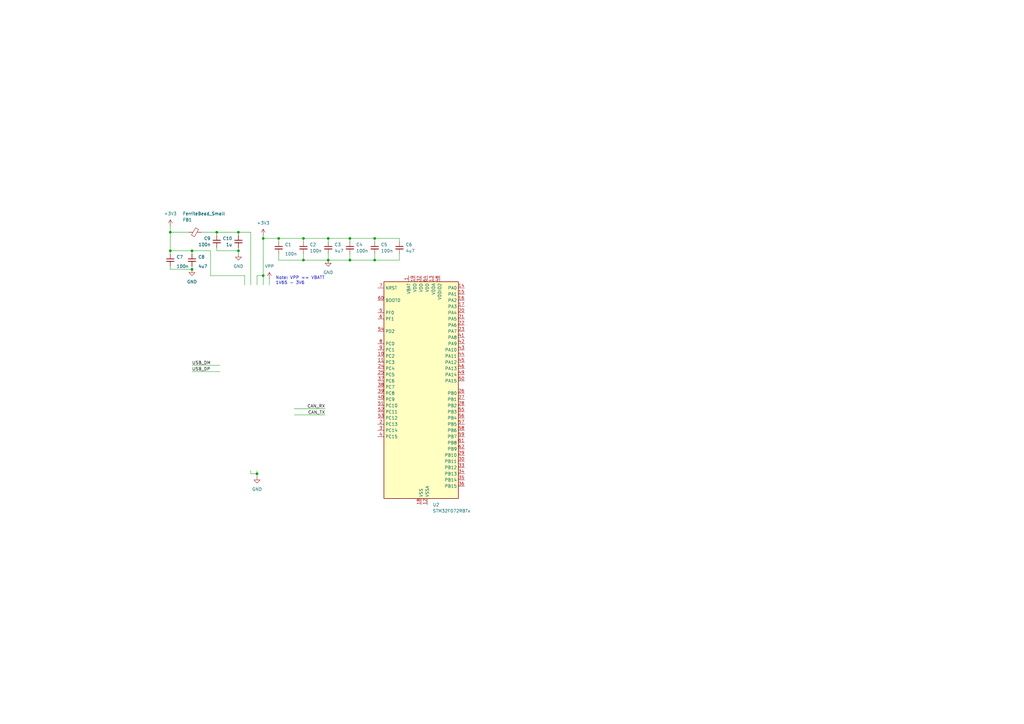
<source format=kicad_sch>
(kicad_sch (version 20230121) (generator eeschema)
  (paper "A3")
  (lib_symbols
    (symbol "Device:C_Small" (pin_numbers hide) (pin_names (offset 0.254) hide)
      (property "Reference" "C" (at 0.254 1.778 0))
      (property "Value" "C_Small" (at 0.254 -2.032 0))
      (symbol "C_Small_0_1"
        (polyline (pts (xy -1.524 -0.508) (xy 1.524 -0.508)) (stroke (width 0.3302)))
        (polyline (pts (xy -1.524 0.508) (xy 1.524 0.508)) (stroke (width 0.3048)))
      )
      (symbol "C_Small_1_1"
        (pin passive line (at 0 2.54 270) (length 2.032) (name "~") (number "1"))
        (pin passive line (at 0 -2.54 90) (length 2.032) (name "~") (number "2"))
      )
    )
    (symbol "Device:FerriteBead_Small" (pin_numbers hide) (pin_names (offset 0))
      (property "Reference" "FB" (at 1.905 1.27 0))
      (property "Value" "FerriteBead_Small" (at 1.905 -1.27 0))
      (symbol "FerriteBead_Small_0_1"
        (polyline (pts (xy 0 -1.27) (xy 0 -0.7874)))
        (polyline (pts (xy 0 0.889) (xy 0 1.2954)))
        (polyline (pts (xy -1.8288 0.2794) (xy -1.1176 1.4986) (xy 1.8288 -0.2032) (xy 1.1176 -1.4224) (xy -1.8288 0.2794)))
      )
      (symbol "FerriteBead_Small_1_1"
        (pin passive line (at 0 2.54 270) (length 1.27) (name "~") (number "1"))
        (pin passive line (at 0 -2.54 90) (length 1.27) (name "~") (number "2"))
      )
    )
    (symbol "MCU_ST_STM32F0:STM32F072RBTx"
      (property "Reference" "U" (at -15.24 46.99 0))
      (property "Value" "STM32F072RBTx" (at 10.16 46.99 0))
      (symbol "STM32F072RBTx_0_1"
        (rectangle (start -15.24 -43.18) (end 15.24 45.72) (stroke (width 0.254)) (fill (type background)))
      )
      (symbol "STM32F072RBTx_1_1"
        (pin power_in line (at -5.08 48.26 270) (length 2.54) (name "VBAT") (number "1"))
        (pin bidirectional line (at -17.78 15.24 0) (length 2.54) (name "PC2") (number "10"))
        (pin bidirectional line (at -17.78 12.7 0) (length 2.54) (name "PC3") (number "11"))
        (pin power_in line (at 2.54 -45.72 90) (length 2.54) (name "VSSA") (number "12"))
        (pin power_in line (at 5.08 48.26 270) (length 2.54) (name "VDDA") (number "13"))
        (pin bidirectional line (at 17.78 43.18 180) (length 2.54) (name "PA0") (number "14"))
        (pin bidirectional line (at 17.78 40.64 180) (length 2.54) (name "PA1") (number "15"))
        (pin bidirectional line (at 17.78 38.1 180) (length 2.54) (name "PA2") (number "16"))
        (pin bidirectional line (at 17.78 35.56 180) (length 2.54) (name "PA3") (number "17"))
        (pin power_in line (at 0 -45.72 90) (length 2.54) (name "VSS") (number "18"))
        (pin power_in line (at -2.54 48.26 270) (length 2.54) (name "VDD") (number "19"))
        (pin bidirectional line (at -17.78 -12.7 0) (length 2.54) (name "PC13") (number "2"))
        (pin bidirectional line (at 17.78 33.02 180) (length 2.54) (name "PA4") (number "20"))
        (pin bidirectional line (at 17.78 30.48 180) (length 2.54) (name "PA5") (number "21"))
        (pin bidirectional line (at 17.78 27.94 180) (length 2.54) (name "PA6") (number "22"))
        (pin bidirectional line (at 17.78 25.4 180) (length 2.54) (name "PA7") (number "23"))
        (pin bidirectional line (at -17.78 10.16 0) (length 2.54) (name "PC4") (number "24"))
        (pin bidirectional line (at -17.78 7.62 0) (length 2.54) (name "PC5") (number "25"))
        (pin bidirectional line (at 17.78 0 180) (length 2.54) (name "PB0") (number "26"))
        (pin bidirectional line (at 17.78 -2.54 180) (length 2.54) (name "PB1") (number "27"))
        (pin bidirectional line (at 17.78 -5.08 180) (length 2.54) (name "PB2") (number "28"))
        (pin bidirectional line (at 17.78 -25.4 180) (length 2.54) (name "PB10") (number "29"))
        (pin bidirectional line (at -17.78 -15.24 0) (length 2.54) (name "PC14") (number "3"))
        (pin bidirectional line (at 17.78 -27.94 180) (length 2.54) (name "PB11") (number "30"))
        (pin passive line (at 0 -45.72 90) (length 2.54) hide (name "VSS") (number "31"))
        (pin power_in line (at 0 48.26 270) (length 2.54) (name "VDD") (number "32"))
        (pin bidirectional line (at 17.78 -30.48 180) (length 2.54) (name "PB12") (number "33"))
        (pin bidirectional line (at 17.78 -33.02 180) (length 2.54) (name "PB13") (number "34"))
        (pin bidirectional line (at 17.78 -35.56 180) (length 2.54) (name "PB14") (number "35"))
        (pin bidirectional line (at 17.78 -38.1 180) (length 2.54) (name "PB15") (number "36"))
        (pin bidirectional line (at -17.78 5.08 0) (length 2.54) (name "PC6") (number "37"))
        (pin bidirectional line (at -17.78 2.54 0) (length 2.54) (name "PC7") (number "38"))
        (pin bidirectional line (at -17.78 0 0) (length 2.54) (name "PC8") (number "39"))
        (pin bidirectional line (at -17.78 -17.78 0) (length 2.54) (name "PC15") (number "4"))
        (pin bidirectional line (at -17.78 -2.54 0) (length 2.54) (name "PC9") (number "40"))
        (pin bidirectional line (at 17.78 22.86 180) (length 2.54) (name "PA8") (number "41"))
        (pin bidirectional line (at 17.78 20.32 180) (length 2.54) (name "PA9") (number "42"))
        (pin bidirectional line (at 17.78 17.78 180) (length 2.54) (name "PA10") (number "43"))
        (pin bidirectional line (at 17.78 15.24 180) (length 2.54) (name "PA11") (number "44"))
        (pin bidirectional line (at 17.78 12.7 180) (length 2.54) (name "PA12") (number "45"))
        (pin bidirectional line (at 17.78 10.16 180) (length 2.54) (name "PA13") (number "46"))
        (pin passive line (at 0 -45.72 90) (length 2.54) hide (name "VSS") (number "47"))
        (pin power_in line (at 7.62 48.26 270) (length 2.54) (name "VDDIO2") (number "48"))
        (pin bidirectional line (at 17.78 7.62 180) (length 2.54) (name "PA14") (number "49"))
        (pin bidirectional line (at -17.78 33.02 0) (length 2.54) (name "PF0") (number "5"))
        (pin bidirectional line (at 17.78 5.08 180) (length 2.54) (name "PA15") (number "50"))
        (pin bidirectional line (at -17.78 -5.08 0) (length 2.54) (name "PC10") (number "51"))
        (pin bidirectional line (at -17.78 -7.62 0) (length 2.54) (name "PC11") (number "52"))
        (pin bidirectional line (at -17.78 -10.16 0) (length 2.54) (name "PC12") (number "53"))
        (pin bidirectional line (at -17.78 25.4 0) (length 2.54) (name "PD2") (number "54"))
        (pin bidirectional line (at 17.78 -7.62 180) (length 2.54) (name "PB3") (number "55"))
        (pin bidirectional line (at 17.78 -10.16 180) (length 2.54) (name "PB4") (number "56"))
        (pin bidirectional line (at 17.78 -12.7 180) (length 2.54) (name "PB5") (number "57"))
        (pin bidirectional line (at 17.78 -15.24 180) (length 2.54) (name "PB6") (number "58"))
        (pin bidirectional line (at 17.78 -17.78 180) (length 2.54) (name "PB7") (number "59"))
        (pin bidirectional line (at -17.78 30.48 0) (length 2.54) (name "PF1") (number "6"))
        (pin input line (at -17.78 38.1 0) (length 2.54) (name "BOOT0") (number "60"))
        (pin bidirectional line (at 17.78 -20.32 180) (length 2.54) (name "PB8") (number "61"))
        (pin bidirectional line (at 17.78 -22.86 180) (length 2.54) (name "PB9") (number "62"))
        (pin passive line (at 0 -45.72 90) (length 2.54) hide (name "VSS") (number "63"))
        (pin power_in line (at 2.54 48.26 270) (length 2.54) (name "VDD") (number "64"))
        (pin input line (at -17.78 43.18 0) (length 2.54) (name "NRST") (number "7"))
        (pin bidirectional line (at -17.78 20.32 0) (length 2.54) (name "PC0") (number "8"))
        (pin bidirectional line (at -17.78 17.78 0) (length 2.54) (name "PC1") (number "9"))
      )
    )
    (symbol "power:+3V3" (power) (pin_names (offset 0))
      (property "Value" "+3V3" (at 0 3.556 0))
      (symbol "+3V3_0_1"
        (polyline (pts (xy -0.762 1.27) (xy 0 2.54)))
        (polyline (pts (xy 0 0) (xy 0 2.54)))
        (polyline (pts (xy 0 2.54) (xy 0.762 1.27)))
      )
      (symbol "+3V3_1_1"
        (pin power_in line (at 0 0 90) (length 0) hide (name "+3V3") (number "1"))
      )
    )
    (symbol "power:GND" (power) (pin_names (offset 0))
      (property "Value" "GND" (at 0 -3.81 0))
      (symbol "GND_0_1"
        (polyline (pts (xy 0 0) (xy 0 -1.27) (xy 1.27 -1.27) (xy 0 -2.54) (xy -1.27 -1.27) (xy 0 -1.27)))
      )
      (symbol "GND_1_1"
        (pin power_in line (at 0 0 270) (length 0) hide (name "GND") (number "1"))
      )
    )
    (symbol "power:VPP" (power) (pin_names (offset 0))
      (property "Value" "VPP" (at 0 3.81 0))
      (symbol "VPP_0_1"
        (polyline (pts (xy -0.762 1.27) (xy 0 2.54)))
        (polyline (pts (xy 0 0) (xy 0 2.54)))
        (polyline (pts (xy 0 2.54) (xy 0.762 1.27)))
      )
      (symbol "VPP_1_1"
        (pin power_in line (at 0 0 90) (length 0) hide (name "VPP") (number "1"))
      )
    )
  )
  (junction (at 78.74 102.87))
  (junction (at 97.79 102.87))
  (junction (at 134.62 97.79))
  (junction (at 134.62 106.68))
  (junction (at 78.74 110.49))
  (junction (at 153.67 97.79))
  (junction (at 107.95 113.03))
  (junction (at 97.79 95.25))
  (junction (at 88.9 95.25))
  (junction (at 153.67 106.68))
  (junction (at 143.51 106.68))
  (junction (at 124.46 97.79))
  (junction (at 124.46 106.68))
  (junction (at 69.85 95.25))
  (junction (at 105.41 194.31))
  (junction (at 107.95 97.79))
  (junction (at 114.3 97.79))
  (junction (at 143.51 97.79))
  (junction (at 69.85 102.87))
  (wire (pts (xy 102.87 95.25) (xy 97.79 95.25)))
  (wire (pts (xy 86.36 113.03) (xy 100.33 113.03)))
  (wire (pts (xy 97.79 95.25) (xy 97.79 96.52)))
  (wire (pts (xy 114.3 97.79) (xy 124.46 97.79)))
  (wire (pts (xy 134.62 97.79) (xy 143.51 97.79)))
  (wire (pts (xy 107.95 113.03) (xy 107.95 97.79)))
  (wire (pts (xy 124.46 106.68) (xy 134.62 106.68)))
  (wire (pts (xy 153.67 97.79) (xy 163.83 97.79)))
  (wire (pts (xy 100.33 116.84) (xy 100.33 113.03)))
  (wire (pts (xy 105.41 194.31) (xy 105.41 195.58)))
  (wire (pts (xy 107.95 116.84) (xy 107.95 113.03)))
  (wire (pts (xy 124.46 106.68) (xy 124.46 104.14)))
  (wire (pts (xy 163.83 97.79) (xy 163.83 99.06)))
  (wire (pts (xy 143.51 97.79) (xy 153.67 97.79)))
  (wire (pts (xy 153.67 106.68) (xy 163.83 106.68)))
  (wire (pts (xy 78.74 102.87) (xy 69.85 102.87)))
  (wire (pts (xy 134.62 99.06) (xy 134.62 97.79)))
  (wire (pts (xy 69.85 110.49) (xy 78.74 110.49)))
  (wire (pts (xy 143.51 106.68) (xy 143.51 104.14)))
  (wire (pts (xy 110.49 114.3) (xy 110.49 116.84)))
  (wire (pts (xy 114.3 106.68) (xy 114.3 104.14)))
  (wire (pts (xy 134.62 106.68) (xy 134.62 104.14)))
  (wire (pts (xy 102.87 194.31) (xy 102.87 193.04)))
  (wire (pts (xy 105.41 113.03) (xy 107.95 113.03)))
  (wire (pts (xy 69.85 92.71) (xy 69.85 95.25)))
  (wire (pts (xy 88.9 95.25) (xy 97.79 95.25)))
  (wire (pts (xy 105.41 193.04) (xy 105.41 194.31)))
  (wire (pts (xy 69.85 95.25) (xy 77.47 95.25)))
  (wire (pts (xy 124.46 97.79) (xy 134.62 97.79)))
  (wire (pts (xy 143.51 99.06) (xy 143.51 97.79)))
  (wire (pts (xy 86.36 102.87) (xy 78.74 102.87)))
  (wire (pts (xy 120.65 170.18) (xy 133.35 170.18)))
  (wire (pts (xy 88.9 95.25) (xy 88.9 96.52)))
  (wire (pts (xy 78.74 149.86) (xy 90.17 149.86)))
  (wire (pts (xy 78.74 104.14) (xy 78.74 102.87)))
  (wire (pts (xy 107.95 96.52) (xy 107.95 97.79)))
  (wire (pts (xy 124.46 99.06) (xy 124.46 97.79)))
  (wire (pts (xy 105.41 116.84) (xy 105.41 113.03)))
  (wire (pts (xy 69.85 95.25) (xy 69.85 102.87)))
  (wire (pts (xy 114.3 99.06) (xy 114.3 97.79)))
  (wire (pts (xy 114.3 106.68) (xy 124.46 106.68)))
  (wire (pts (xy 78.74 152.4) (xy 90.17 152.4)))
  (wire (pts (xy 82.55 95.25) (xy 88.9 95.25)))
  (wire (pts (xy 97.79 102.87) (xy 97.79 104.14)))
  (wire (pts (xy 78.74 110.49) (xy 78.74 109.22)))
  (wire (pts (xy 102.87 116.84) (xy 102.87 95.25)))
  (wire (pts (xy 153.67 106.68) (xy 153.67 104.14)))
  (wire (pts (xy 69.85 104.14) (xy 69.85 102.87)))
  (wire (pts (xy 163.83 106.68) (xy 163.83 104.14)))
  (wire (pts (xy 143.51 106.68) (xy 153.67 106.68)))
  (wire (pts (xy 86.36 113.03) (xy 86.36 102.87)))
  (wire (pts (xy 153.67 99.06) (xy 153.67 97.79)))
  (wire (pts (xy 134.62 106.68) (xy 143.51 106.68)))
  (wire (pts (xy 97.79 102.87) (xy 97.79 101.6)))
  (wire (pts (xy 69.85 110.49) (xy 69.85 109.22)))
  (wire (pts (xy 107.95 97.79) (xy 114.3 97.79)))
  (wire (pts (xy 105.41 194.31) (xy 102.87 194.31)))
  (wire (pts (xy 88.9 102.87) (xy 97.79 102.87)))
  (wire (pts (xy 88.9 102.87) (xy 88.9 101.6)))
  (wire (pts (xy 120.65 167.64) (xy 133.35 167.64)))
  (text "Note: VPP == VBATT\n1V65 - 3V6" (at 113.03 116.84 0) (effects (font (size 1.27 1.27)) (justify left bottom)))
  (label "CAN_TX" (at 133.35 170.18 180))
  (label "CAN_RX" (at 133.35 167.64 180))
  (label "USB_DP" (at 78.74 152.4 0))
  (label "USB_DM" (at 78.74 149.86 0))
  (symbol (lib_id "Device:C_Small") (at 143.51 101.6 0) (unit 1)
    (property "Reference" "C4" (at 146.05 100.3363 0) (effects (justify left)))
    (property "Value" "100n" (at 146.05 102.8763 0) (effects (justify left)))
  )
  (symbol (lib_id "Device:C_Small") (at 88.9 99.06 0) (mirror y) (unit 1)
    (property "Reference" "C9" (at 86.36 97.7963 0) (effects (justify left)))
    (property "Value" "100n" (at 86.36 100.3363 0) (effects (justify left)))
  )
  (symbol (lib_id "Device:C_Small") (at 114.3 101.6 0) (unit 1)
    (property "Reference" "C1" (at 116.84 100.3363 0) (effects (justify left)))
    (property "Value" "100n" (at 116.84 104.1463 0) (effects (justify left)))
  )
  (symbol (lib_id "power:+3V3") (at 107.95 96.52 0) (unit 1)
    (property "Reference" "#PWR04" (effects hide))
    (property "Value" "+3V3" (at 107.95 91.44 0))
  )
  (symbol (lib_id "Device:C_Small") (at 124.46 101.6 0) (unit 1)
    (property "Reference" "C2" (at 127 100.3363 0) (effects (justify left)))
    (property "Value" "100n" (at 127 102.8763 0) (effects (justify left)))
  )
  (symbol (lib_id "power:GND") (at 78.74 110.49 0) (unit 1)
    (property "Reference" "#PWR05" (effects hide))
    (property "Value" "GND" (at 78.74 115.57 0))
  )
  (symbol (lib_id "power:VPP") (at 110.49 114.3 0) (unit 1)
    (property "Reference" "#PWR02" (effects hide))
    (property "Value" "VPP" (at 110.49 109.22 0))
  )
  (symbol (lib_id "Device:C_Small") (at 69.85 106.68 0) (unit 1)
    (property "Reference" "C7" (at 72.39 105.4163 0) (effects (justify left)))
    (property "Value" "100n" (at 72.39 109.2263 0) (effects (justify left)))
  )
  (symbol (lib_id "power:+3V3") (at 69.85 92.71 0) (unit 1)
    (property "Reference" "#PWR07" (effects hide))
    (property "Value" "+3V3" (at 69.85 87.63 0))
  )
  (symbol (lib_id "Device:C_Small") (at 97.79 99.06 0) (mirror y) (unit 1)
    (property "Reference" "C10" (at 95.25 97.7963 0) (effects (justify left)))
    (property "Value" "1u" (at 95.25 100.3363 0) (effects (justify left)))
  )
  (symbol (lib_id "power:GND") (at 105.41 195.58 0) (unit 1)
    (property "Reference" "#PWR01" (effects hide))
    (property "Value" "GND" (at 105.41 200.66 0))
  )
  (symbol (lib_id "Device:C_Small") (at 78.74 106.68 0) (unit 1)
    (property "Reference" "C8" (at 81.28 105.4163 0) (effects (justify left)))
    (property "Value" "4u7" (at 81.28 109.2263 0) (effects (justify left)))
  )
  (symbol (lib_id "Device:C_Small") (at 134.62 101.6 0) (unit 1)
    (property "Reference" "C3" (at 137.16 100.3363 0) (effects (justify left)))
    (property "Value" "4u7" (at 137.16 102.8763 0) (effects (justify left)))
  )
  (symbol (lib_id "Device:C_Small") (at 153.67 101.6 0) (unit 1)
    (property "Reference" "C5" (at 156.21 100.3363 0) (effects (justify left)))
    (property "Value" "100n" (at 156.21 102.8763 0) (effects (justify left)))
  )
  (symbol (lib_id "Device:C_Small") (at 163.83 101.6 0) (unit 1)
    (property "Reference" "C6" (at 166.37 100.3363 0) (effects (justify left)))
    (property "Value" "4u7" (at 166.37 102.8763 0) (effects (justify left)))
  )
  (symbol (lib_id "power:GND") (at 97.79 104.14 0) (unit 1)
    (property "Reference" "#PWR06" (effects hide))
    (property "Value" "GND" (at 97.79 109.22 0))
  )
  (symbol (lib_id "power:GND") (at 134.62 106.68 0) (unit 1)
    (property "Reference" "#PWR03" (effects hide))
    (property "Value" "GND" (at 134.62 111.76 0))
  )
  (symbol (lib_id "MCU_ST_STM32F0:STM32F072RBTx") (at 172.72 161.29 0) (unit 1)
    (property "Reference" "U2" (at 177.4541 207.01 0) (effects (justify left)))
    (property "Value" "STM32F072RBTx" (at 177.4541 209.55 0) (effects (justify left)))
    (property "Footprint" "Package_QFP:LQFP-64_10x10mm_P0.5mm" (effects hide))
    (property "Datasheet" "https://www.st.com/resource/en/datasheet/stm32f072rb.pdf" (effects hide))
  )
  (symbol (lib_id "Device:FerriteBead_Small") (at 80.01 95.25 90) (unit 1)
    (property "Reference" "FB1" (at 74.93 90.17 90) (effects (justify right)))
    (property "Value" "FerriteBead_Small" (at 74.93 87.63 90) (effects (justify right)))
  )
)
</source>
